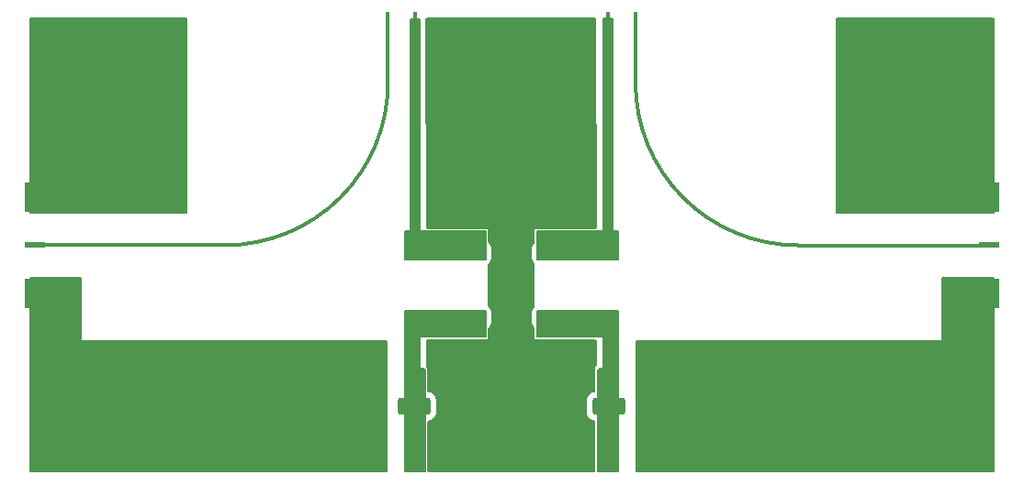
<source format=gtl>
%TF.GenerationSoftware,KiCad,Pcbnew,(5.99.0-8090-ga1d7a959f7)*%
%TF.CreationDate,2021-01-05T15:40:31+00:00*%
%TF.ProjectId,BGYAmp,42475941-6d70-42e6-9b69-6361645f7063,rev?*%
%TF.SameCoordinates,Original*%
%TF.FileFunction,Copper,L1,Top*%
%TF.FilePolarity,Positive*%
%FSLAX46Y46*%
G04 Gerber Fmt 4.6, Leading zero omitted, Abs format (unit mm)*
G04 Created by KiCad (PCBNEW (5.99.0-8090-ga1d7a959f7)) date 2021-01-05 15:40:31*
%MOMM*%
%LPD*%
G01*
G04 APERTURE LIST*
G04 Aperture macros list*
%AMRoundRect*
0 Rectangle with rounded corners*
0 $1 Rounding radius*
0 $2 $3 $4 $5 $6 $7 $8 $9 X,Y pos of 4 corners*
0 Add a 4 corners polygon primitive as box body*
4,1,4,$2,$3,$4,$5,$6,$7,$8,$9,$2,$3,0*
0 Add four circle primitives for the rounded corners*
1,1,$1+$1,$2,$3,0*
1,1,$1+$1,$4,$5,0*
1,1,$1+$1,$6,$7,0*
1,1,$1+$1,$8,$9,0*
0 Add four rect primitives between the rounded corners*
20,1,$1+$1,$2,$3,$4,$5,0*
20,1,$1+$1,$4,$5,$6,$7,0*
20,1,$1+$1,$6,$7,$8,$9,0*
20,1,$1+$1,$8,$9,$2,$3,0*%
G04 Aperture macros list end*
%TA.AperFunction,SMDPad,CuDef*%
%ADD10RoundRect,0.250000X1.250000X0.550000X-1.250000X0.550000X-1.250000X-0.550000X1.250000X-0.550000X0*%
%TD*%
%TA.AperFunction,SMDPad,CuDef*%
%ADD11RoundRect,0.225000X-0.225000X-0.250000X0.225000X-0.250000X0.225000X0.250000X-0.225000X0.250000X0*%
%TD*%
%TA.AperFunction,SMDPad,CuDef*%
%ADD12RoundRect,0.250000X-1.250000X-0.550000X1.250000X-0.550000X1.250000X0.550000X-1.250000X0.550000X0*%
%TD*%
%TA.AperFunction,SMDPad,CuDef*%
%ADD13R,1.600000X1.600000*%
%TD*%
%TA.AperFunction,SMDPad,CuDef*%
%ADD14R,1.970000X0.610000*%
%TD*%
%TA.AperFunction,SMDPad,CuDef*%
%ADD15R,5.000000X2.800000*%
%TD*%
%TA.AperFunction,SMDPad,CuDef*%
%ADD16RoundRect,0.250000X-1.425000X0.362500X-1.425000X-0.362500X1.425000X-0.362500X1.425000X0.362500X0*%
%TD*%
%TA.AperFunction,SMDPad,CuDef*%
%ADD17RoundRect,0.250000X1.425000X-0.362500X1.425000X0.362500X-1.425000X0.362500X-1.425000X-0.362500X0*%
%TD*%
%TA.AperFunction,SMDPad,CuDef*%
%ADD18R,0.450000X6.500000*%
%TD*%
%TA.AperFunction,ViaPad*%
%ADD19C,0.800000*%
%TD*%
%TA.AperFunction,ViaPad*%
%ADD20C,5.800000*%
%TD*%
%TA.AperFunction,Conductor*%
%ADD21C,0.250000*%
%TD*%
%TA.AperFunction,Conductor*%
%ADD22C,0.353000*%
%TD*%
G04 APERTURE END LIST*
D10*
%TO.P,C1,1*%
%TO.N,+5V*%
X135981800Y-163372800D03*
%TO.P,C1,2*%
%TO.N,GND*%
X131581800Y-163372800D03*
%TD*%
D11*
%TO.P,C2,1*%
%TO.N,+5V*%
X136054800Y-159054800D03*
%TO.P,C2,2*%
%TO.N,GND*%
X137604800Y-159054800D03*
%TD*%
%TO.P,C3,1*%
%TO.N,Net-(C3-Pad1)*%
X136054800Y-142544800D03*
%TO.P,C3,2*%
%TO.N,GND*%
X137604800Y-142544800D03*
%TD*%
%TO.P,C4,1*%
%TO.N,Net-(C3-Pad1)*%
X136054800Y-137718800D03*
%TO.P,C4,2*%
%TO.N,GND*%
X137604800Y-137718800D03*
%TD*%
D12*
%TO.P,C5,1*%
%TO.N,+24V*%
X153933800Y-163372800D03*
%TO.P,C5,2*%
%TO.N,GND*%
X158333800Y-163372800D03*
%TD*%
D11*
%TO.P,C6,1*%
%TO.N,GND*%
X152310800Y-159054800D03*
%TO.P,C6,2*%
%TO.N,+24V*%
X153860800Y-159054800D03*
%TD*%
%TO.P,C7,1*%
%TO.N,GND*%
X152310800Y-142544800D03*
%TO.P,C7,2*%
%TO.N,Net-(C7-Pad2)*%
X153860800Y-142544800D03*
%TD*%
%TO.P,C8,1*%
%TO.N,GND*%
X152310800Y-137718800D03*
%TO.P,C8,2*%
%TO.N,Net-(C7-Pad2)*%
X153860800Y-137718800D03*
%TD*%
D13*
%TO.P,FB1,1*%
%TO.N,Net-(C3-Pad1)*%
X136067800Y-148386800D03*
%TO.P,FB1,2*%
%TO.N,+5V*%
X136067800Y-156006800D03*
%TD*%
%TO.P,FB2,1*%
%TO.N,+24V*%
X153847800Y-156006800D03*
%TO.P,FB2,2*%
%TO.N,Net-(C7-Pad2)*%
X153847800Y-148386800D03*
%TD*%
D14*
%TO.P,J1,1,In*%
%TO.N,Net-(J1-Pad1)*%
X101035600Y-148500000D03*
D15*
%TO.P,J1,2,Ext*%
%TO.N,GND*%
X102550600Y-144050000D03*
X102550600Y-152950000D03*
%TD*%
D14*
%TO.P,J2,1,In*%
%TO.N,Net-(J2-Pad1)*%
X189015000Y-148500000D03*
D15*
%TO.P,J2,2,Ext*%
%TO.N,GND*%
X187500000Y-144050000D03*
X187500000Y-152950000D03*
%TD*%
D16*
%TO.P,R1,1*%
%TO.N,Net-(C3-Pad1)*%
X140893800Y-149234300D03*
%TO.P,R1,2*%
%TO.N,+5V*%
X140893800Y-155159300D03*
%TD*%
D17*
%TO.P,R2,1*%
%TO.N,+24V*%
X149021800Y-155159300D03*
%TO.P,R2,2*%
%TO.N,Net-(C7-Pad2)*%
X149021800Y-149234300D03*
%TD*%
D18*
%TO.P,U1,1,RFin*%
%TO.N,Net-(J1-Pad1)*%
X133570000Y-130200000D03*
%TO.P,U1,2,VS1*%
%TO.N,Net-(C3-Pad1)*%
X136110000Y-130200000D03*
%TO.P,U1,3,VS2*%
%TO.N,Net-(C7-Pad2)*%
X153890000Y-130200000D03*
%TO.P,U1,4,RFout*%
%TO.N,Net-(J2-Pad1)*%
X156430000Y-130200000D03*
%TD*%
D19*
%TO.N,GND*%
X178268881Y-129082800D03*
X178231800Y-144068800D03*
X139877800Y-128574800D03*
X150291800Y-132384800D03*
X187395004Y-159054800D03*
D20*
X144957800Y-162356800D03*
D19*
X139877800Y-132384800D03*
X139877800Y-142544800D03*
X164535004Y-165658800D03*
X170103800Y-162229800D03*
X164535004Y-159054800D03*
X102539800Y-165658800D03*
D20*
X181553004Y-162356800D03*
D19*
X144957800Y-149402800D03*
X150291800Y-142544800D03*
X150291800Y-159054800D03*
X139877800Y-137718800D03*
X142163800Y-146100800D03*
X150291800Y-168325800D03*
X147751800Y-158038800D03*
X178268881Y-135686800D03*
X150291800Y-128574800D03*
D20*
X181570881Y-132384800D03*
D19*
X187412881Y-129082800D03*
D20*
X108381800Y-132384800D03*
D19*
X111683800Y-144068800D03*
X114223800Y-165658800D03*
X119811800Y-162229800D03*
X183565800Y-144068800D03*
D20*
X144957800Y-132384800D03*
D19*
X142163800Y-158038800D03*
X106476800Y-144068800D03*
X147751800Y-146100800D03*
X102539800Y-159054800D03*
X102539800Y-135686800D03*
X150291800Y-137718800D03*
X175711004Y-159054800D03*
X144957800Y-137718800D03*
X114223800Y-159054800D03*
X102539800Y-129082800D03*
X187395004Y-165658800D03*
X139877800Y-168325800D03*
X150291800Y-146100800D03*
X102539800Y-155244800D03*
X125399800Y-159054800D03*
X144957800Y-155244800D03*
X175711004Y-165658800D03*
X125399800Y-165658800D03*
X144957800Y-142544800D03*
X144957800Y-152196800D03*
D20*
X108381800Y-162356800D03*
D19*
X111683800Y-129082800D03*
X139877800Y-159054800D03*
X139877800Y-146100800D03*
X111683800Y-135686800D03*
X187375800Y-155244800D03*
X187412881Y-135686800D03*
%TD*%
D21*
%TO.N,Net-(C7-Pad2)*%
X153890000Y-130200000D02*
X153847800Y-130242200D01*
D22*
%TO.N,Net-(J1-Pad1)*%
X133570000Y-130200000D02*
X133570000Y-133500000D01*
X118570000Y-148500000D02*
X102031800Y-148500000D01*
X133570000Y-133500000D02*
G75*
G02*
X118570000Y-148500000I-14999999J-1D01*
G01*
%TO.N,Net-(J2-Pad1)*%
X171387800Y-148513800D02*
X189000000Y-148513800D01*
X156387800Y-130242200D02*
X156387800Y-133513800D01*
D21*
X156430000Y-130200000D02*
X156387800Y-130242200D01*
D22*
X171387800Y-148513800D02*
G75*
G02*
X156387800Y-133513800I-1J14999999D01*
G01*
%TD*%
%TA.AperFunction,Conductor*%
%TO.N,+5V*%
G36*
X142613921Y-154502802D02*
G01*
X142660414Y-154556458D01*
X142671800Y-154608800D01*
X142671800Y-156896800D01*
X142651798Y-156964921D01*
X142598142Y-157011414D01*
X142545800Y-157022800D01*
X136575800Y-157022800D01*
X136575800Y-159816800D01*
X136803462Y-159816800D01*
X136871583Y-159836802D01*
X136890115Y-159851327D01*
X136937421Y-159896140D01*
X136977406Y-159919365D01*
X137021086Y-159944737D01*
X137069944Y-159996248D01*
X137083800Y-160053691D01*
X137083800Y-169366000D01*
X137063798Y-169434121D01*
X137010142Y-169480614D01*
X136957800Y-169492000D01*
X135177800Y-169492000D01*
X135109679Y-169471998D01*
X135063186Y-169418342D01*
X135051800Y-169366000D01*
X135051800Y-154608800D01*
X135071802Y-154540679D01*
X135125458Y-154494186D01*
X135177800Y-154482800D01*
X142545800Y-154482800D01*
X142613921Y-154502802D01*
G37*
%TD.AperFunction*%
%TD*%
%TA.AperFunction,Conductor*%
%TO.N,GND*%
G36*
X115054921Y-127528002D02*
G01*
X115101414Y-127581658D01*
X115112800Y-127634000D01*
X115112800Y-145466800D01*
X115092798Y-145534921D01*
X115039142Y-145581414D01*
X114986800Y-145592800D01*
X100634000Y-145592800D01*
X100565879Y-145572798D01*
X100519386Y-145519142D01*
X100508000Y-145466800D01*
X100508000Y-127634000D01*
X100528002Y-127565879D01*
X100581658Y-127519386D01*
X100634000Y-127508000D01*
X114986800Y-127508000D01*
X115054921Y-127528002D01*
G37*
%TD.AperFunction*%
%TD*%
%TA.AperFunction,Conductor*%
%TO.N,+24V*%
G36*
X154805921Y-154502802D02*
G01*
X154852414Y-154556458D01*
X154863800Y-154608800D01*
X154863800Y-169366000D01*
X154843798Y-169434121D01*
X154790142Y-169480614D01*
X154737800Y-169492000D01*
X152957800Y-169492000D01*
X152889679Y-169471998D01*
X152843186Y-169418342D01*
X152831800Y-169366000D01*
X152831800Y-160055921D01*
X152851802Y-159987800D01*
X152888715Y-159950549D01*
X153003386Y-159875367D01*
X153003387Y-159875366D01*
X153009511Y-159871351D01*
X153023914Y-159856147D01*
X153085283Y-159820449D01*
X153115386Y-159816800D01*
X153339800Y-159816800D01*
X153339800Y-157022800D01*
X147369800Y-157022800D01*
X147301679Y-157002798D01*
X147255186Y-156949142D01*
X147243800Y-156896800D01*
X147243800Y-154608800D01*
X147263802Y-154540679D01*
X147317458Y-154494186D01*
X147369800Y-154482800D01*
X154737800Y-154482800D01*
X154805921Y-154502802D01*
G37*
%TD.AperFunction*%
%TD*%
%TA.AperFunction,Conductor*%
%TO.N,GND*%
G36*
X189434121Y-127528002D02*
G01*
X189480614Y-127581658D01*
X189492000Y-127634000D01*
X189492000Y-145466800D01*
X189471998Y-145534921D01*
X189418342Y-145581414D01*
X189366000Y-145592800D01*
X174965881Y-145592800D01*
X174897760Y-145572798D01*
X174851267Y-145519142D01*
X174839881Y-145466800D01*
X174839881Y-127634000D01*
X174859883Y-127565879D01*
X174913539Y-127519386D01*
X174965881Y-127508000D01*
X189366000Y-127508000D01*
X189434121Y-127528002D01*
G37*
%TD.AperFunction*%
%TD*%
%TA.AperFunction,Conductor*%
%TO.N,Net-(C3-Pad1)*%
G36*
X136517921Y-127578802D02*
G01*
X136564414Y-127632458D01*
X136575800Y-127684800D01*
X136575800Y-147116800D01*
X142545800Y-147116800D01*
X142613921Y-147136802D01*
X142660414Y-147190458D01*
X142671800Y-147242800D01*
X142671800Y-149784800D01*
X142651798Y-149852921D01*
X142598142Y-149899414D01*
X142545800Y-149910800D01*
X135177800Y-149910800D01*
X135109679Y-149890798D01*
X135063186Y-149837142D01*
X135051800Y-149784800D01*
X135051800Y-147242800D01*
X135071802Y-147174679D01*
X135125458Y-147128186D01*
X135177800Y-147116800D01*
X135559800Y-147116800D01*
X135559800Y-127684800D01*
X135579802Y-127616679D01*
X135633458Y-127570186D01*
X135685800Y-127558800D01*
X136449800Y-127558800D01*
X136517921Y-127578802D01*
G37*
%TD.AperFunction*%
%TD*%
%TA.AperFunction,Conductor*%
%TO.N,GND*%
G36*
X189434121Y-151454802D02*
G01*
X189480614Y-151508458D01*
X189492000Y-151560800D01*
X189492000Y-169366000D01*
X189471998Y-169434121D01*
X189418342Y-169480614D01*
X189366000Y-169492000D01*
X156533004Y-169492000D01*
X156464883Y-169471998D01*
X156418390Y-169418342D01*
X156407004Y-169366000D01*
X156407004Y-157402800D01*
X156427006Y-157334679D01*
X156480662Y-157288186D01*
X156533004Y-157276800D01*
X184601004Y-157276800D01*
X184601004Y-151560800D01*
X184621006Y-151492679D01*
X184674662Y-151446186D01*
X184727004Y-151434800D01*
X189366000Y-151434800D01*
X189434121Y-151454802D01*
G37*
%TD.AperFunction*%
%TD*%
%TA.AperFunction,Conductor*%
%TO.N,Net-(C7-Pad2)*%
G36*
X154297921Y-127528002D02*
G01*
X154344414Y-127581658D01*
X154355800Y-127634000D01*
X154355800Y-147116800D01*
X154737800Y-147116800D01*
X154805921Y-147136802D01*
X154852414Y-147190458D01*
X154863800Y-147242800D01*
X154863800Y-149784800D01*
X154843798Y-149852921D01*
X154790142Y-149899414D01*
X154737800Y-149910800D01*
X147369800Y-149910800D01*
X147301679Y-149890798D01*
X147255186Y-149837142D01*
X147243800Y-149784800D01*
X147243800Y-147242800D01*
X147263802Y-147174679D01*
X147317458Y-147128186D01*
X147369800Y-147116800D01*
X153339800Y-147116800D01*
X153339800Y-127634000D01*
X153359802Y-127565879D01*
X153413458Y-127519386D01*
X153465800Y-127508000D01*
X154229800Y-127508000D01*
X154297921Y-127528002D01*
G37*
%TD.AperFunction*%
%TD*%
%TA.AperFunction,Conductor*%
%TO.N,GND*%
G36*
X105275921Y-151454802D02*
G01*
X105322414Y-151508458D01*
X105333800Y-151560800D01*
X105333800Y-157276800D01*
X133401800Y-157276800D01*
X133469921Y-157296802D01*
X133516414Y-157350458D01*
X133527800Y-157402800D01*
X133527800Y-169366000D01*
X133507798Y-169434121D01*
X133454142Y-169480614D01*
X133401800Y-169492000D01*
X100634000Y-169492000D01*
X100565879Y-169471998D01*
X100519386Y-169418342D01*
X100508000Y-169366000D01*
X100508000Y-151560800D01*
X100528002Y-151492679D01*
X100581658Y-151446186D01*
X100634000Y-151434800D01*
X105207800Y-151434800D01*
X105275921Y-151454802D01*
G37*
%TD.AperFunction*%
%TD*%
%TA.AperFunction,Conductor*%
%TO.N,GND*%
G36*
X152712668Y-127528002D02*
G01*
X152759161Y-127581658D01*
X152770546Y-127633601D01*
X152831400Y-146863401D01*
X152811614Y-146931585D01*
X152758106Y-146978247D01*
X152705401Y-146989800D01*
X147116800Y-146989800D01*
X147116800Y-148225574D01*
X147096798Y-148293695D01*
X147082273Y-148312226D01*
X146990480Y-148409126D01*
X146990477Y-148409130D01*
X146985442Y-148414445D01*
X146896625Y-148567355D01*
X146845367Y-148736596D01*
X146838300Y-148815778D01*
X146838300Y-149639685D01*
X146853778Y-149772442D01*
X146914113Y-149938663D01*
X147011069Y-150086546D01*
X147016381Y-150091578D01*
X147077453Y-150149432D01*
X147113151Y-150210801D01*
X147116800Y-150240905D01*
X147116800Y-154150574D01*
X147096798Y-154218695D01*
X147082273Y-154237226D01*
X146990480Y-154334126D01*
X146990477Y-154334130D01*
X146985442Y-154339445D01*
X146896625Y-154492355D01*
X146845367Y-154661596D01*
X146838300Y-154740778D01*
X146838300Y-155564685D01*
X146853778Y-155697442D01*
X146914113Y-155863663D01*
X147011069Y-156011546D01*
X147016381Y-156016578D01*
X147077453Y-156074432D01*
X147113151Y-156135801D01*
X147116800Y-156165905D01*
X147116800Y-157149800D01*
X152620493Y-157149800D01*
X152688614Y-157169802D01*
X152703005Y-157180575D01*
X152770181Y-157238784D01*
X152775110Y-157241035D01*
X152820414Y-157293320D01*
X152831800Y-157345661D01*
X152831800Y-159563800D01*
X152811798Y-159631921D01*
X152758142Y-159678414D01*
X152739636Y-159682440D01*
X152740298Y-159684696D01*
X152722916Y-159689800D01*
X152704800Y-159689800D01*
X152704800Y-161944689D01*
X152684798Y-162012810D01*
X152631142Y-162059303D01*
X152593393Y-162069840D01*
X152540760Y-162075977D01*
X152515429Y-162078930D01*
X152515428Y-162078930D01*
X152508157Y-162079778D01*
X152501279Y-162082274D01*
X152501277Y-162082275D01*
X152395958Y-162120504D01*
X152341936Y-162140113D01*
X152194053Y-162237069D01*
X152072442Y-162365445D01*
X151983625Y-162518355D01*
X151932367Y-162687596D01*
X151925300Y-162766778D01*
X151925300Y-163965686D01*
X151940778Y-164098443D01*
X152001113Y-164264664D01*
X152098069Y-164412547D01*
X152226445Y-164534158D01*
X152379355Y-164622975D01*
X152548596Y-164674233D01*
X152555036Y-164674808D01*
X152555037Y-164674808D01*
X152565694Y-164675759D01*
X152590001Y-164677928D01*
X152656073Y-164703906D01*
X152697613Y-164761482D01*
X152704800Y-164803429D01*
X152704800Y-169366000D01*
X152684798Y-169434121D01*
X152631142Y-169480614D01*
X152578800Y-169492000D01*
X137336800Y-169492000D01*
X137268679Y-169471998D01*
X137222186Y-169418342D01*
X137210800Y-169366000D01*
X137210800Y-164800911D01*
X137230802Y-164732790D01*
X137284458Y-164686297D01*
X137322208Y-164675759D01*
X137367297Y-164670502D01*
X137400170Y-164666670D01*
X137400171Y-164666670D01*
X137407442Y-164665822D01*
X137414320Y-164663326D01*
X137414322Y-164663325D01*
X137566784Y-164607984D01*
X137573663Y-164605487D01*
X137721546Y-164508531D01*
X137843157Y-164380155D01*
X137931975Y-164227245D01*
X137983233Y-164058004D01*
X137990300Y-163978822D01*
X137990300Y-162779915D01*
X137974822Y-162647158D01*
X137914487Y-162480937D01*
X137817531Y-162333054D01*
X137689155Y-162211443D01*
X137536245Y-162122626D01*
X137367004Y-162071368D01*
X137360564Y-162070793D01*
X137360563Y-162070793D01*
X137349683Y-162069822D01*
X137325599Y-162067673D01*
X137259527Y-162041695D01*
X137217987Y-161984119D01*
X137210800Y-161942172D01*
X137210800Y-159816800D01*
X137197253Y-159816800D01*
X137184017Y-159813921D01*
X137184976Y-159809511D01*
X137141679Y-159796798D01*
X137095186Y-159743142D01*
X137083800Y-159690800D01*
X137083800Y-157340972D01*
X137103802Y-157272851D01*
X137141679Y-157234974D01*
X137196491Y-157199749D01*
X137196494Y-157199747D01*
X137204071Y-157194877D01*
X137209971Y-157188068D01*
X137216782Y-157182166D01*
X137218917Y-157184630D01*
X137265186Y-157154901D01*
X137300673Y-157149800D01*
X142798800Y-157149800D01*
X142798800Y-156168024D01*
X142818802Y-156099903D01*
X142833327Y-156081371D01*
X142839901Y-156074432D01*
X142930157Y-155979155D01*
X143018975Y-155826245D01*
X143070233Y-155657004D01*
X143077300Y-155577822D01*
X143077300Y-154753915D01*
X143061822Y-154621158D01*
X143001487Y-154454937D01*
X142904531Y-154307054D01*
X142838147Y-154244168D01*
X142802449Y-154182799D01*
X142798800Y-154152695D01*
X142798800Y-150243024D01*
X142818802Y-150174903D01*
X142833327Y-150156371D01*
X142839901Y-150149432D01*
X142930157Y-150054155D01*
X143018975Y-149901245D01*
X143070233Y-149732004D01*
X143077300Y-149652822D01*
X143077300Y-148828915D01*
X143061822Y-148696158D01*
X143001487Y-148529937D01*
X142904531Y-148382054D01*
X142838147Y-148319168D01*
X142802449Y-148257799D01*
X142798800Y-148227695D01*
X142798800Y-146989800D01*
X137209402Y-146989800D01*
X137141281Y-146969798D01*
X137094788Y-146916142D01*
X137083403Y-146864199D01*
X137022549Y-127634399D01*
X137042335Y-127566215D01*
X137095843Y-127519553D01*
X137148548Y-127508000D01*
X152644547Y-127508000D01*
X152712668Y-127528002D01*
G37*
%TD.AperFunction*%
%TD*%
M02*

</source>
